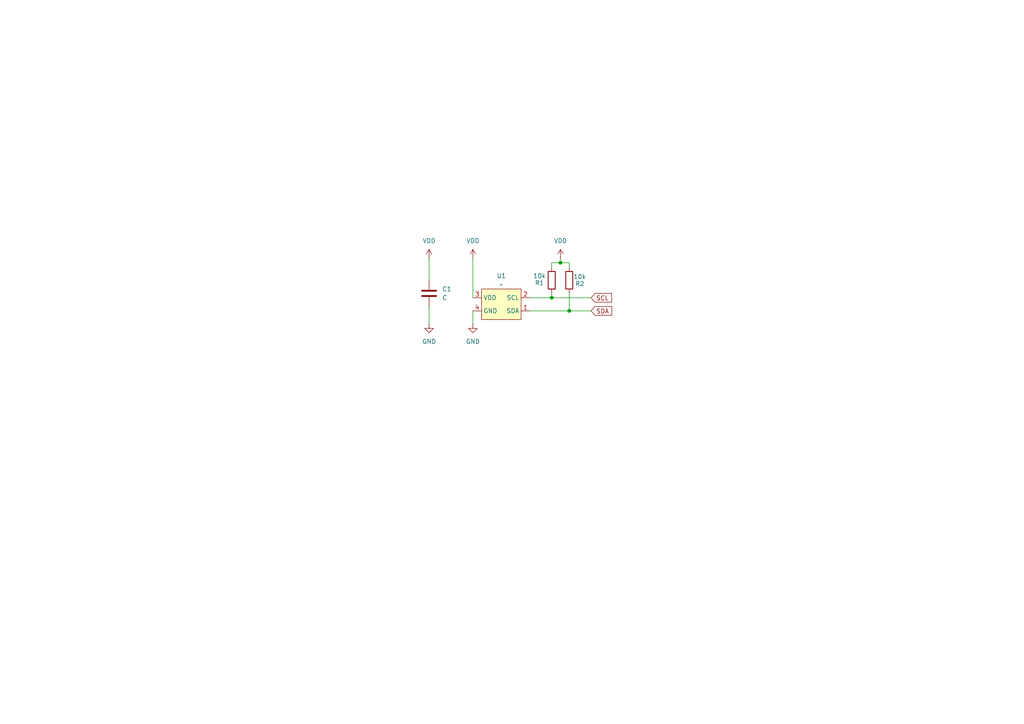
<source format=kicad_sch>
(kicad_sch
	(version 20250114)
	(generator "eeschema")
	(generator_version "9.0")
	(uuid "6e20b066-c29c-41e9-82da-f407dfd1a4c6")
	(paper "A4")
	(lib_symbols
		(symbol "Device:C"
			(pin_numbers
				(hide yes)
			)
			(pin_names
				(offset 0.254)
			)
			(exclude_from_sim no)
			(in_bom yes)
			(on_board yes)
			(property "Reference" "C"
				(at 0.635 2.54 0)
				(effects
					(font
						(size 1.27 1.27)
					)
					(justify left)
				)
			)
			(property "Value" "C"
				(at 0.635 -2.54 0)
				(effects
					(font
						(size 1.27 1.27)
					)
					(justify left)
				)
			)
			(property "Footprint" ""
				(at 0.9652 -3.81 0)
				(effects
					(font
						(size 1.27 1.27)
					)
					(hide yes)
				)
			)
			(property "Datasheet" "~"
				(at 0 0 0)
				(effects
					(font
						(size 1.27 1.27)
					)
					(hide yes)
				)
			)
			(property "Description" "Unpolarized capacitor"
				(at 0 0 0)
				(effects
					(font
						(size 1.27 1.27)
					)
					(hide yes)
				)
			)
			(property "ki_keywords" "cap capacitor"
				(at 0 0 0)
				(effects
					(font
						(size 1.27 1.27)
					)
					(hide yes)
				)
			)
			(property "ki_fp_filters" "C_*"
				(at 0 0 0)
				(effects
					(font
						(size 1.27 1.27)
					)
					(hide yes)
				)
			)
			(symbol "C_0_1"
				(polyline
					(pts
						(xy -2.032 0.762) (xy 2.032 0.762)
					)
					(stroke
						(width 0.508)
						(type default)
					)
					(fill
						(type none)
					)
				)
				(polyline
					(pts
						(xy -2.032 -0.762) (xy 2.032 -0.762)
					)
					(stroke
						(width 0.508)
						(type default)
					)
					(fill
						(type none)
					)
				)
			)
			(symbol "C_1_1"
				(pin passive line
					(at 0 3.81 270)
					(length 2.794)
					(name "~"
						(effects
							(font
								(size 1.27 1.27)
							)
						)
					)
					(number "1"
						(effects
							(font
								(size 1.27 1.27)
							)
						)
					)
				)
				(pin passive line
					(at 0 -3.81 90)
					(length 2.794)
					(name "~"
						(effects
							(font
								(size 1.27 1.27)
							)
						)
					)
					(number "2"
						(effects
							(font
								(size 1.27 1.27)
							)
						)
					)
				)
			)
			(embedded_fonts no)
		)
		(symbol "Device:R"
			(pin_numbers
				(hide yes)
			)
			(pin_names
				(offset 0)
			)
			(exclude_from_sim no)
			(in_bom yes)
			(on_board yes)
			(property "Reference" "R"
				(at 2.032 0 90)
				(effects
					(font
						(size 1.27 1.27)
					)
				)
			)
			(property "Value" "R"
				(at 0 0 90)
				(effects
					(font
						(size 1.27 1.27)
					)
				)
			)
			(property "Footprint" ""
				(at -1.778 0 90)
				(effects
					(font
						(size 1.27 1.27)
					)
					(hide yes)
				)
			)
			(property "Datasheet" "~"
				(at 0 0 0)
				(effects
					(font
						(size 1.27 1.27)
					)
					(hide yes)
				)
			)
			(property "Description" "Resistor"
				(at 0 0 0)
				(effects
					(font
						(size 1.27 1.27)
					)
					(hide yes)
				)
			)
			(property "ki_keywords" "R res resistor"
				(at 0 0 0)
				(effects
					(font
						(size 1.27 1.27)
					)
					(hide yes)
				)
			)
			(property "ki_fp_filters" "R_*"
				(at 0 0 0)
				(effects
					(font
						(size 1.27 1.27)
					)
					(hide yes)
				)
			)
			(symbol "R_0_1"
				(rectangle
					(start -1.016 -2.54)
					(end 1.016 2.54)
					(stroke
						(width 0.254)
						(type default)
					)
					(fill
						(type none)
					)
				)
			)
			(symbol "R_1_1"
				(pin passive line
					(at 0 3.81 270)
					(length 1.27)
					(name "~"
						(effects
							(font
								(size 1.27 1.27)
							)
						)
					)
					(number "1"
						(effects
							(font
								(size 1.27 1.27)
							)
						)
					)
				)
				(pin passive line
					(at 0 -3.81 90)
					(length 1.27)
					(name "~"
						(effects
							(font
								(size 1.27 1.27)
							)
						)
					)
					(number "2"
						(effects
							(font
								(size 1.27 1.27)
							)
						)
					)
				)
			)
			(embedded_fonts no)
		)
		(symbol "neuelibary:WSEN-HIDS"
			(exclude_from_sim no)
			(in_bom yes)
			(on_board yes)
			(property "Reference" "U"
				(at 0 2.032 0)
				(effects
					(font
						(size 1.27 1.27)
					)
				)
			)
			(property "Value" ""
				(at 0 0 0)
				(effects
					(font
						(size 1.27 1.27)
					)
				)
			)
			(property "Footprint" ""
				(at 0 0 0)
				(effects
					(font
						(size 1.27 1.27)
					)
					(hide yes)
				)
			)
			(property "Datasheet" ""
				(at 0 0 0)
				(effects
					(font
						(size 1.27 1.27)
					)
					(hide yes)
				)
			)
			(property "Description" ""
				(at 0 0 0)
				(effects
					(font
						(size 1.27 1.27)
					)
					(hide yes)
				)
			)
			(symbol "WSEN-HIDS_1_1"
				(rectangle
					(start -5.08 0)
					(end 6.35 -8.89)
					(stroke
						(width 0)
						(type solid)
					)
					(fill
						(type background)
					)
				)
				(pin power_in line
					(at -7.62 -2.54 0)
					(length 2.54)
					(name "VDD"
						(effects
							(font
								(size 1.27 1.27)
							)
						)
					)
					(number "3"
						(effects
							(font
								(size 1.27 1.27)
							)
						)
					)
				)
				(pin power_in line
					(at -7.62 -6.35 0)
					(length 2.54)
					(name "GND"
						(effects
							(font
								(size 1.27 1.27)
							)
						)
					)
					(number "4"
						(effects
							(font
								(size 1.27 1.27)
							)
						)
					)
				)
				(pin input line
					(at 8.89 -2.54 180)
					(length 2.54)
					(name "SCL"
						(effects
							(font
								(size 1.27 1.27)
							)
						)
					)
					(number "2"
						(effects
							(font
								(size 1.27 1.27)
							)
						)
					)
				)
				(pin output line
					(at 8.89 -6.35 180)
					(length 2.54)
					(name "SDA"
						(effects
							(font
								(size 1.27 1.27)
							)
						)
					)
					(number "1"
						(effects
							(font
								(size 1.27 1.27)
							)
						)
					)
				)
			)
			(embedded_fonts no)
		)
		(symbol "power:GND"
			(power)
			(pin_numbers
				(hide yes)
			)
			(pin_names
				(offset 0)
				(hide yes)
			)
			(exclude_from_sim no)
			(in_bom yes)
			(on_board yes)
			(property "Reference" "#PWR"
				(at 0 -6.35 0)
				(effects
					(font
						(size 1.27 1.27)
					)
					(hide yes)
				)
			)
			(property "Value" "GND"
				(at 0 -3.81 0)
				(effects
					(font
						(size 1.27 1.27)
					)
				)
			)
			(property "Footprint" ""
				(at 0 0 0)
				(effects
					(font
						(size 1.27 1.27)
					)
					(hide yes)
				)
			)
			(property "Datasheet" ""
				(at 0 0 0)
				(effects
					(font
						(size 1.27 1.27)
					)
					(hide yes)
				)
			)
			(property "Description" "Power symbol creates a global label with name \"GND\" , ground"
				(at 0 0 0)
				(effects
					(font
						(size 1.27 1.27)
					)
					(hide yes)
				)
			)
			(property "ki_keywords" "global power"
				(at 0 0 0)
				(effects
					(font
						(size 1.27 1.27)
					)
					(hide yes)
				)
			)
			(symbol "GND_0_1"
				(polyline
					(pts
						(xy 0 0) (xy 0 -1.27) (xy 1.27 -1.27) (xy 0 -2.54) (xy -1.27 -1.27) (xy 0 -1.27)
					)
					(stroke
						(width 0)
						(type default)
					)
					(fill
						(type none)
					)
				)
			)
			(symbol "GND_1_1"
				(pin power_in line
					(at 0 0 270)
					(length 0)
					(name "~"
						(effects
							(font
								(size 1.27 1.27)
							)
						)
					)
					(number "1"
						(effects
							(font
								(size 1.27 1.27)
							)
						)
					)
				)
			)
			(embedded_fonts no)
		)
		(symbol "power:VDD"
			(power)
			(pin_numbers
				(hide yes)
			)
			(pin_names
				(offset 0)
				(hide yes)
			)
			(exclude_from_sim no)
			(in_bom yes)
			(on_board yes)
			(property "Reference" "#PWR"
				(at 0 -3.81 0)
				(effects
					(font
						(size 1.27 1.27)
					)
					(hide yes)
				)
			)
			(property "Value" "VDD"
				(at 0 3.556 0)
				(effects
					(font
						(size 1.27 1.27)
					)
				)
			)
			(property "Footprint" ""
				(at 0 0 0)
				(effects
					(font
						(size 1.27 1.27)
					)
					(hide yes)
				)
			)
			(property "Datasheet" ""
				(at 0 0 0)
				(effects
					(font
						(size 1.27 1.27)
					)
					(hide yes)
				)
			)
			(property "Description" "Power symbol creates a global label with name \"VDD\""
				(at 0 0 0)
				(effects
					(font
						(size 1.27 1.27)
					)
					(hide yes)
				)
			)
			(property "ki_keywords" "global power"
				(at 0 0 0)
				(effects
					(font
						(size 1.27 1.27)
					)
					(hide yes)
				)
			)
			(symbol "VDD_0_1"
				(polyline
					(pts
						(xy -0.762 1.27) (xy 0 2.54)
					)
					(stroke
						(width 0)
						(type default)
					)
					(fill
						(type none)
					)
				)
				(polyline
					(pts
						(xy 0 2.54) (xy 0.762 1.27)
					)
					(stroke
						(width 0)
						(type default)
					)
					(fill
						(type none)
					)
				)
				(polyline
					(pts
						(xy 0 0) (xy 0 2.54)
					)
					(stroke
						(width 0)
						(type default)
					)
					(fill
						(type none)
					)
				)
			)
			(symbol "VDD_1_1"
				(pin power_in line
					(at 0 0 90)
					(length 0)
					(name "~"
						(effects
							(font
								(size 1.27 1.27)
							)
						)
					)
					(number "1"
						(effects
							(font
								(size 1.27 1.27)
							)
						)
					)
				)
			)
			(embedded_fonts no)
		)
	)
	(junction
		(at 165.1 90.17)
		(diameter 0)
		(color 0 0 0 0)
		(uuid "25bf450b-5ab1-4e5a-802c-73ae254bd500")
	)
	(junction
		(at 160.02 86.36)
		(diameter 0)
		(color 0 0 0 0)
		(uuid "2c8688ef-412b-49e0-b0e3-ef4fb5b2dc48")
	)
	(junction
		(at 162.56 76.2)
		(diameter 0)
		(color 0 0 0 0)
		(uuid "cf810a2d-f079-4616-ac57-6945344d1fb1")
	)
	(wire
		(pts
			(xy 160.02 86.36) (xy 160.02 85.09)
		)
		(stroke
			(width 0)
			(type default)
		)
		(uuid "01c9bef3-1198-4952-96d6-5bd9e2ee0fd3")
	)
	(wire
		(pts
			(xy 160.02 86.36) (xy 171.45 86.36)
		)
		(stroke
			(width 0)
			(type default)
		)
		(uuid "1b3f65af-3678-428f-a597-a78c64f75b1d")
	)
	(wire
		(pts
			(xy 153.67 86.36) (xy 160.02 86.36)
		)
		(stroke
			(width 0)
			(type default)
		)
		(uuid "1f3520a4-ec94-4d60-9446-76382e14fde6")
	)
	(wire
		(pts
			(xy 137.16 74.93) (xy 137.16 86.36)
		)
		(stroke
			(width 0)
			(type default)
		)
		(uuid "1fb426c4-05f5-4fa4-ba6f-a6c8b8b4f7fb")
	)
	(wire
		(pts
			(xy 165.1 90.17) (xy 171.45 90.17)
		)
		(stroke
			(width 0)
			(type default)
		)
		(uuid "25313487-0f01-4126-9a95-2164440374fe")
	)
	(wire
		(pts
			(xy 165.1 76.2) (xy 165.1 77.47)
		)
		(stroke
			(width 0)
			(type default)
		)
		(uuid "4304cf11-63b5-42ba-b12b-06a87024deaa")
	)
	(wire
		(pts
			(xy 162.56 76.2) (xy 165.1 76.2)
		)
		(stroke
			(width 0)
			(type default)
		)
		(uuid "45cf330e-737e-48d8-af1d-e0dfe6030fe6")
	)
	(wire
		(pts
			(xy 137.16 90.17) (xy 137.16 93.98)
		)
		(stroke
			(width 0)
			(type default)
		)
		(uuid "5bb606e7-fe5a-4648-97b6-57237ab65373")
	)
	(wire
		(pts
			(xy 165.1 85.09) (xy 165.1 90.17)
		)
		(stroke
			(width 0)
			(type default)
		)
		(uuid "79d54845-8d55-444b-8a5f-3f760c26d755")
	)
	(wire
		(pts
			(xy 162.56 74.93) (xy 162.56 76.2)
		)
		(stroke
			(width 0)
			(type default)
		)
		(uuid "7d3545f4-ac49-4698-a1ce-287146e02bf7")
	)
	(wire
		(pts
			(xy 165.1 90.17) (xy 153.67 90.17)
		)
		(stroke
			(width 0)
			(type default)
		)
		(uuid "81d15e64-50b2-4d34-bcf0-a9989127e764")
	)
	(wire
		(pts
			(xy 124.46 88.9) (xy 124.46 93.98)
		)
		(stroke
			(width 0)
			(type default)
		)
		(uuid "b5497e79-eea0-49bb-85f4-c67cf424bf09")
	)
	(wire
		(pts
			(xy 124.46 74.93) (xy 124.46 81.28)
		)
		(stroke
			(width 0)
			(type default)
		)
		(uuid "bac8e932-98eb-43d3-b9ff-1bd21f0bf7a4")
	)
	(wire
		(pts
			(xy 162.56 76.2) (xy 160.02 76.2)
		)
		(stroke
			(width 0)
			(type default)
		)
		(uuid "e7f4f2b7-7750-4c33-b498-e91ecb34905c")
	)
	(wire
		(pts
			(xy 160.02 76.2) (xy 160.02 77.47)
		)
		(stroke
			(width 0)
			(type default)
		)
		(uuid "fb4be4d7-dcaa-4f44-8ae2-d7faafdf22a3")
	)
	(global_label "SCL"
		(shape input)
		(at 171.45 86.36 0)
		(fields_autoplaced yes)
		(effects
			(font
				(size 1.27 1.27)
			)
			(justify left)
		)
		(uuid "be0378c9-bdae-4e8e-9811-dd2974576ef6")
		(property "Intersheetrefs" "${INTERSHEET_REFS}"
			(at 177.9428 86.36 0)
			(effects
				(font
					(size 1.27 1.27)
				)
				(justify left)
				(hide yes)
			)
		)
	)
	(global_label "SDA"
		(shape input)
		(at 171.45 90.17 0)
		(fields_autoplaced yes)
		(effects
			(font
				(size 1.27 1.27)
			)
			(justify left)
		)
		(uuid "cf04d550-d990-422c-8f9a-6f5b91ec048b")
		(property "Intersheetrefs" "${INTERSHEET_REFS}"
			(at 178.0033 90.17 0)
			(effects
				(font
					(size 1.27 1.27)
				)
				(justify left)
				(hide yes)
			)
		)
	)
	(symbol
		(lib_id "Device:R")
		(at 160.02 81.28 0)
		(unit 1)
		(exclude_from_sim no)
		(in_bom yes)
		(on_board yes)
		(dnp no)
		(uuid "1c7a3318-5410-4ba3-a445-45785c679094")
		(property "Reference" "R1"
			(at 156.464 82.042 0)
			(effects
				(font
					(size 1.27 1.27)
				)
			)
		)
		(property "Value" "10k"
			(at 156.464 80.01 0)
			(effects
				(font
					(size 1.27 1.27)
				)
			)
		)
		(property "Footprint" "Resistor_SMD:R_0603_1608Metric"
			(at 158.242 81.28 90)
			(effects
				(font
					(size 1.27 1.27)
				)
				(hide yes)
			)
		)
		(property "Datasheet" "~"
			(at 160.02 81.28 0)
			(effects
				(font
					(size 1.27 1.27)
				)
				(hide yes)
			)
		)
		(property "Description" "Resistor"
			(at 160.02 81.28 0)
			(effects
				(font
					(size 1.27 1.27)
				)
				(hide yes)
			)
		)
		(pin "1"
			(uuid "e7b7f695-60ba-48fa-a98d-64abe2fb7beb")
		)
		(pin "2"
			(uuid "07c93673-7307-40b2-8a78-4711a53cd1f4")
		)
		(instances
			(project ""
				(path "/6e20b066-c29c-41e9-82da-f407dfd1a4c6"
					(reference "R1")
					(unit 1)
				)
			)
		)
	)
	(symbol
		(lib_id "power:VDD")
		(at 124.46 74.93 0)
		(unit 1)
		(exclude_from_sim no)
		(in_bom yes)
		(on_board yes)
		(dnp no)
		(fields_autoplaced yes)
		(uuid "257ab7d4-5881-4120-bdf2-06e4eb52a223")
		(property "Reference" "#PWR03"
			(at 124.46 78.74 0)
			(effects
				(font
					(size 1.27 1.27)
				)
				(hide yes)
			)
		)
		(property "Value" "VDD"
			(at 124.46 69.85 0)
			(effects
				(font
					(size 1.27 1.27)
				)
			)
		)
		(property "Footprint" ""
			(at 124.46 74.93 0)
			(effects
				(font
					(size 1.27 1.27)
				)
				(hide yes)
			)
		)
		(property "Datasheet" ""
			(at 124.46 74.93 0)
			(effects
				(font
					(size 1.27 1.27)
				)
				(hide yes)
			)
		)
		(property "Description" "Power symbol creates a global label with name \"VDD\""
			(at 124.46 74.93 0)
			(effects
				(font
					(size 1.27 1.27)
				)
				(hide yes)
			)
		)
		(pin "1"
			(uuid "a0a766df-b567-4c3d-b271-5815fa8f7eac")
		)
		(instances
			(project "FSET"
				(path "/6e20b066-c29c-41e9-82da-f407dfd1a4c6"
					(reference "#PWR03")
					(unit 1)
				)
			)
		)
	)
	(symbol
		(lib_id "power:GND")
		(at 124.46 93.98 0)
		(unit 1)
		(exclude_from_sim no)
		(in_bom yes)
		(on_board yes)
		(dnp no)
		(fields_autoplaced yes)
		(uuid "396b9167-b289-4b6e-9ea0-f16b072d97bf")
		(property "Reference" "#PWR01"
			(at 124.46 100.33 0)
			(effects
				(font
					(size 1.27 1.27)
				)
				(hide yes)
			)
		)
		(property "Value" "GND"
			(at 124.46 99.06 0)
			(effects
				(font
					(size 1.27 1.27)
				)
			)
		)
		(property "Footprint" ""
			(at 124.46 93.98 0)
			(effects
				(font
					(size 1.27 1.27)
				)
				(hide yes)
			)
		)
		(property "Datasheet" ""
			(at 124.46 93.98 0)
			(effects
				(font
					(size 1.27 1.27)
				)
				(hide yes)
			)
		)
		(property "Description" "Power symbol creates a global label with name \"GND\" , ground"
			(at 124.46 93.98 0)
			(effects
				(font
					(size 1.27 1.27)
				)
				(hide yes)
			)
		)
		(pin "1"
			(uuid "cab55e7c-553f-4731-b562-15c176513ddc")
		)
		(instances
			(project ""
				(path "/6e20b066-c29c-41e9-82da-f407dfd1a4c6"
					(reference "#PWR01")
					(unit 1)
				)
			)
		)
	)
	(symbol
		(lib_id "power:GND")
		(at 137.16 93.98 0)
		(unit 1)
		(exclude_from_sim no)
		(in_bom yes)
		(on_board yes)
		(dnp no)
		(fields_autoplaced yes)
		(uuid "70b77630-ef87-4115-8915-c3bdc2b557f9")
		(property "Reference" "#PWR04"
			(at 137.16 100.33 0)
			(effects
				(font
					(size 1.27 1.27)
				)
				(hide yes)
			)
		)
		(property "Value" "GND"
			(at 137.16 99.06 0)
			(effects
				(font
					(size 1.27 1.27)
				)
			)
		)
		(property "Footprint" ""
			(at 137.16 93.98 0)
			(effects
				(font
					(size 1.27 1.27)
				)
				(hide yes)
			)
		)
		(property "Datasheet" ""
			(at 137.16 93.98 0)
			(effects
				(font
					(size 1.27 1.27)
				)
				(hide yes)
			)
		)
		(property "Description" "Power symbol creates a global label with name \"GND\" , ground"
			(at 137.16 93.98 0)
			(effects
				(font
					(size 1.27 1.27)
				)
				(hide yes)
			)
		)
		(pin "1"
			(uuid "d944ae11-9cf1-4e36-bb78-d75fdde33faa")
		)
		(instances
			(project "FSET"
				(path "/6e20b066-c29c-41e9-82da-f407dfd1a4c6"
					(reference "#PWR04")
					(unit 1)
				)
			)
		)
	)
	(symbol
		(lib_id "power:VDD")
		(at 162.56 74.93 0)
		(unit 1)
		(exclude_from_sim no)
		(in_bom yes)
		(on_board yes)
		(dnp no)
		(fields_autoplaced yes)
		(uuid "8842b32e-ff6c-44bf-bf3b-cbd93203b602")
		(property "Reference" "#PWR05"
			(at 162.56 78.74 0)
			(effects
				(font
					(size 1.27 1.27)
				)
				(hide yes)
			)
		)
		(property "Value" "VDD"
			(at 162.56 69.85 0)
			(effects
				(font
					(size 1.27 1.27)
				)
			)
		)
		(property "Footprint" ""
			(at 162.56 74.93 0)
			(effects
				(font
					(size 1.27 1.27)
				)
				(hide yes)
			)
		)
		(property "Datasheet" ""
			(at 162.56 74.93 0)
			(effects
				(font
					(size 1.27 1.27)
				)
				(hide yes)
			)
		)
		(property "Description" "Power symbol creates a global label with name \"VDD\""
			(at 162.56 74.93 0)
			(effects
				(font
					(size 1.27 1.27)
				)
				(hide yes)
			)
		)
		(pin "1"
			(uuid "6cfdb80d-78cc-487f-9cad-45740926d4db")
		)
		(instances
			(project "FSET"
				(path "/6e20b066-c29c-41e9-82da-f407dfd1a4c6"
					(reference "#PWR05")
					(unit 1)
				)
			)
		)
	)
	(symbol
		(lib_id "neuelibary:WSEN-HIDS")
		(at 144.78 83.82 0)
		(unit 1)
		(exclude_from_sim no)
		(in_bom yes)
		(on_board yes)
		(dnp no)
		(fields_autoplaced yes)
		(uuid "95d3cb50-0279-4d39-953f-2c871c359959")
		(property "Reference" "U1"
			(at 145.415 80.01 0)
			(effects
				(font
					(size 1.27 1.27)
				)
			)
		)
		(property "Value" "~"
			(at 145.415 82.55 0)
			(effects
				(font
					(size 1.27 1.27)
				)
			)
		)
		(property "Footprint" ""
			(at 144.78 83.82 0)
			(effects
				(font
					(size 1.27 1.27)
				)
				(hide yes)
			)
		)
		(property "Datasheet" ""
			(at 144.78 83.82 0)
			(effects
				(font
					(size 1.27 1.27)
				)
				(hide yes)
			)
		)
		(property "Description" ""
			(at 144.78 83.82 0)
			(effects
				(font
					(size 1.27 1.27)
				)
				(hide yes)
			)
		)
		(pin "3"
			(uuid "f263e897-2183-4317-9df6-d47507c08c1a")
		)
		(pin "2"
			(uuid "fc8f47ba-6b37-45fc-a0dc-1f9e5fc8cbc2")
		)
		(pin "1"
			(uuid "280d10b1-44f5-480a-b421-843a6011c757")
		)
		(pin "4"
			(uuid "4e97e3c6-0cee-4935-9583-3050518a3c78")
		)
		(instances
			(project ""
				(path "/6e20b066-c29c-41e9-82da-f407dfd1a4c6"
					(reference "U1")
					(unit 1)
				)
			)
		)
	)
	(symbol
		(lib_id "power:VDD")
		(at 137.16 74.93 0)
		(unit 1)
		(exclude_from_sim no)
		(in_bom yes)
		(on_board yes)
		(dnp no)
		(fields_autoplaced yes)
		(uuid "c266fefc-6280-4f49-bdb2-25fcd94e158c")
		(property "Reference" "#PWR02"
			(at 137.16 78.74 0)
			(effects
				(font
					(size 1.27 1.27)
				)
				(hide yes)
			)
		)
		(property "Value" "VDD"
			(at 137.16 69.85 0)
			(effects
				(font
					(size 1.27 1.27)
				)
			)
		)
		(property "Footprint" ""
			(at 137.16 74.93 0)
			(effects
				(font
					(size 1.27 1.27)
				)
				(hide yes)
			)
		)
		(property "Datasheet" ""
			(at 137.16 74.93 0)
			(effects
				(font
					(size 1.27 1.27)
				)
				(hide yes)
			)
		)
		(property "Description" "Power symbol creates a global label with name \"VDD\""
			(at 137.16 74.93 0)
			(effects
				(font
					(size 1.27 1.27)
				)
				(hide yes)
			)
		)
		(pin "1"
			(uuid "9cda237a-750f-4178-8ca1-e6f689d6cc71")
		)
		(instances
			(project ""
				(path "/6e20b066-c29c-41e9-82da-f407dfd1a4c6"
					(reference "#PWR02")
					(unit 1)
				)
			)
		)
	)
	(symbol
		(lib_id "Device:C")
		(at 124.46 85.09 0)
		(unit 1)
		(exclude_from_sim no)
		(in_bom yes)
		(on_board yes)
		(dnp no)
		(fields_autoplaced yes)
		(uuid "d66d7c28-cddd-4133-855f-8025e7926c24")
		(property "Reference" "C1"
			(at 128.27 83.8199 0)
			(effects
				(font
					(size 1.27 1.27)
				)
				(justify left)
			)
		)
		(property "Value" "C"
			(at 128.27 86.3599 0)
			(effects
				(font
					(size 1.27 1.27)
				)
				(justify left)
			)
		)
		(property "Footprint" ""
			(at 125.4252 88.9 0)
			(effects
				(font
					(size 1.27 1.27)
				)
				(hide yes)
			)
		)
		(property "Datasheet" "~"
			(at 124.46 85.09 0)
			(effects
				(font
					(size 1.27 1.27)
				)
				(hide yes)
			)
		)
		(property "Description" "Unpolarized capacitor"
			(at 124.46 85.09 0)
			(effects
				(font
					(size 1.27 1.27)
				)
				(hide yes)
			)
		)
		(pin "1"
			(uuid "b7342082-923b-448b-9425-8fc35fd0586a")
		)
		(pin "2"
			(uuid "8256e514-8692-4379-bdcb-0fb7130c8ae4")
		)
		(instances
			(project ""
				(path "/6e20b066-c29c-41e9-82da-f407dfd1a4c6"
					(reference "C1")
					(unit 1)
				)
			)
		)
	)
	(symbol
		(lib_id "Device:R")
		(at 165.1 81.28 180)
		(unit 1)
		(exclude_from_sim no)
		(in_bom yes)
		(on_board yes)
		(dnp no)
		(uuid "e1dd789c-708d-46e3-883d-d65f5e0f2c2b")
		(property "Reference" "R2"
			(at 168.148 82.296 0)
			(effects
				(font
					(size 1.27 1.27)
				)
			)
		)
		(property "Value" "10k"
			(at 168.148 80.264 0)
			(effects
				(font
					(size 1.27 1.27)
				)
			)
		)
		(property "Footprint" "Resistor_SMD:R_0603_1608Metric"
			(at 166.878 81.28 90)
			(effects
				(font
					(size 1.27 1.27)
				)
				(hide yes)
			)
		)
		(property "Datasheet" "~"
			(at 165.1 81.28 0)
			(effects
				(font
					(size 1.27 1.27)
				)
				(hide yes)
			)
		)
		(property "Description" "Resistor"
			(at 165.1 81.28 0)
			(effects
				(font
					(size 1.27 1.27)
				)
				(hide yes)
			)
		)
		(pin "1"
			(uuid "2849faa5-5ab2-406d-9a30-af2792e22ef2")
		)
		(pin "2"
			(uuid "5aecb4da-2c75-4f75-b847-0054d8f936f5")
		)
		(instances
			(project ""
				(path "/6e20b066-c29c-41e9-82da-f407dfd1a4c6"
					(reference "R2")
					(unit 1)
				)
			)
		)
	)
	(sheet_instances
		(path "/"
			(page "1")
		)
	)
	(embedded_fonts no)
)

</source>
